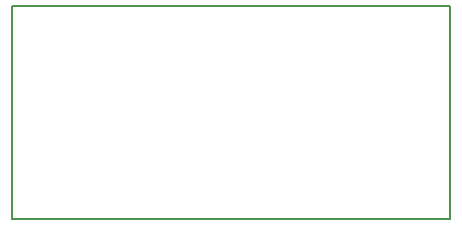
<source format=gko>
G04 #@! TF.FileFunction,Profile,NP*
%FSLAX46Y46*%
G04 Gerber Fmt 4.6, Leading zero omitted, Abs format (unit mm)*
G04 Created by KiCad (PCBNEW 4.0.3+e1-6302~38~ubuntu14.04.1-stable) date Mon Aug 29 18:07:44 2016*
%MOMM*%
%LPD*%
G01*
G04 APERTURE LIST*
%ADD10C,0.100000*%
%ADD11C,0.150000*%
G04 APERTURE END LIST*
D10*
D11*
X117856000Y-92202000D02*
X117856000Y-74168000D01*
X154940000Y-92202000D02*
X117856000Y-92202000D01*
X154940000Y-74168000D02*
X154940000Y-92202000D01*
X154940000Y-74168000D02*
X117856000Y-74168000D01*
M02*

</source>
